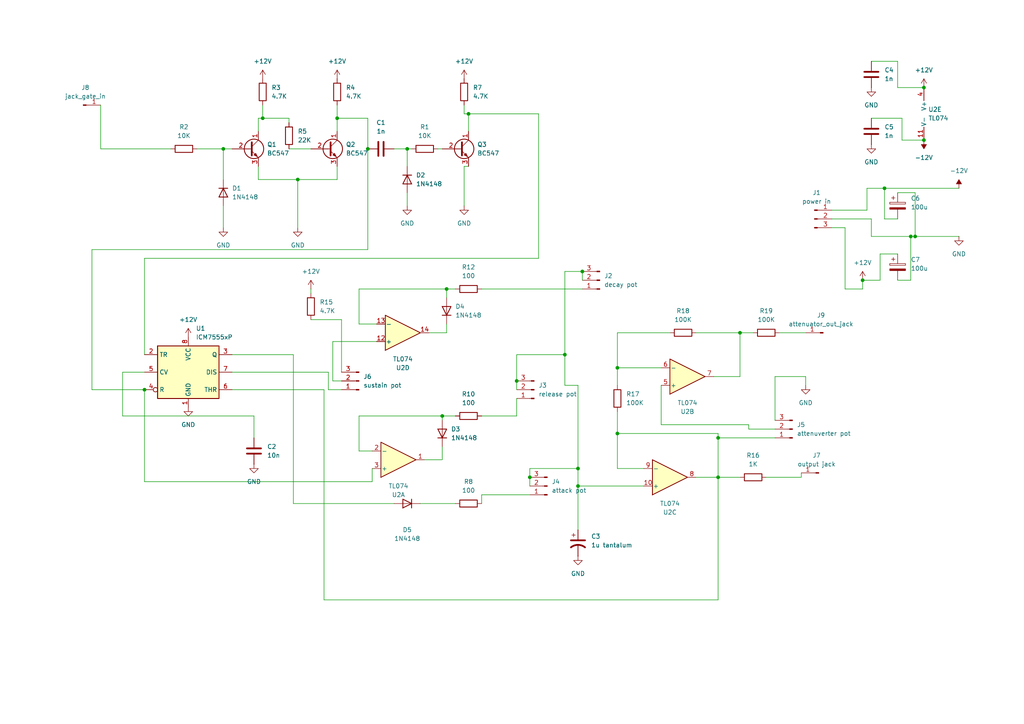
<source format=kicad_sch>
(kicad_sch (version 20231120) (generator "eeschema") (generator_version "8.0")
  (paper "A4")
  (lib_symbols
    (symbol "Amplifier_Operational:TL074" (pin_names (offset 0.127))
      (property "Reference" "U" (at 0 5.08 0))
      (property "Value" "TL074" (at 0 -5.08 0))
      (symbol "TL074_1_1"
        (polyline (pts (xy -5.08 5.08) (xy 5.08 0) (xy -5.08 -5.08) (xy -5.08 5.08)) (stroke (width 0.254)) (fill (type background)))
        (pin output line (at 7.62 0 180) (length 2.54) (name "~") (number "1"))
        (pin input line (at -7.62 -2.54 0) (length 2.54) (name "-") (number "2"))
        (pin input line (at -7.62 2.54 0) (length 2.54) (name "+") (number "3"))
      )
      (symbol "TL074_2_1"
        (polyline (pts (xy -5.08 5.08) (xy 5.08 0) (xy -5.08 -5.08) (xy -5.08 5.08)) (stroke (width 0.254)) (fill (type background)))
        (pin input line (at -7.62 2.54 0) (length 2.54) (name "+") (number "5"))
        (pin input line (at -7.62 -2.54 0) (length 2.54) (name "-") (number "6"))
        (pin output line (at 7.62 0 180) (length 2.54) (name "~") (number "7"))
      )
      (symbol "TL074_3_1"
        (polyline (pts (xy -5.08 5.08) (xy 5.08 0) (xy -5.08 -5.08) (xy -5.08 5.08)) (stroke (width 0.254)) (fill (type background)))
        (pin input line (at -7.62 2.54 0) (length 2.54) (name "+") (number "10"))
        (pin output line (at 7.62 0 180) (length 2.54) (name "~") (number "8"))
        (pin input line (at -7.62 -2.54 0) (length 2.54) (name "-") (number "9"))
      )
      (symbol "TL074_4_1"
        (polyline (pts (xy -5.08 5.08) (xy 5.08 0) (xy -5.08 -5.08) (xy -5.08 5.08)) (stroke (width 0.254)) (fill (type background)))
        (pin input line (at -7.62 2.54 0) (length 2.54) (name "+") (number "12"))
        (pin input line (at -7.62 -2.54 0) (length 2.54) (name "-") (number "13"))
        (pin output line (at 7.62 0 180) (length 2.54) (name "~") (number "14"))
      )
      (symbol "TL074_5_1"
        (pin power_in line (at -2.54 -7.62 90) (length 3.81) (name "V-") (number "11"))
        (pin power_in line (at -2.54 7.62 270) (length 3.81) (name "V+") (number "4"))
      )
    )
    (symbol "Connector:Conn_01x01_Pin" (pin_names (offset 1.016) hide)
      (property "Reference" "J" (at 0 2.54 0))
      (property "Value" "Conn_01x01_Pin" (at 0 -2.54 0))
      (symbol "Conn_01x01_Pin_1_1"
        (polyline (pts (xy 1.27 0) (xy 0.8636 0)) (stroke (width 0.1524)))
        (rectangle (start 0.8636 0.127) (end 0 -0.127) (stroke (width 0.1524)) (fill (type outline)))
        (pin passive line (at 5.08 0 180) (length 3.81) (name "Pin_1") (number "1"))
      )
    )
    (symbol "Connector:Conn_01x03_Pin" (pin_names (offset 1.016) hide)
      (property "Reference" "J" (at 0 5.08 0))
      (property "Value" "Conn_01x03_Pin" (at 0 -5.08 0))
      (symbol "Conn_01x03_Pin_1_1"
        (polyline (pts (xy 1.27 -2.54) (xy 0.8636 -2.54)) (stroke (width 0.1524)))
        (polyline (pts (xy 1.27 0) (xy 0.8636 0)) (stroke (width 0.1524)))
        (polyline (pts (xy 1.27 2.54) (xy 0.8636 2.54)) (stroke (width 0.1524)))
        (rectangle (start 0.8636 -2.413) (end 0 -2.667) (stroke (width 0.1524)) (fill (type outline)))
        (rectangle (start 0.8636 0.127) (end 0 -0.127) (stroke (width 0.1524)) (fill (type outline)))
        (rectangle (start 0.8636 2.667) (end 0 2.413) (stroke (width 0.1524)) (fill (type outline)))
        (pin passive line (at 5.08 2.54 180) (length 3.81) (name "Pin_1") (number "1"))
        (pin passive line (at 5.08 0 180) (length 3.81) (name "Pin_2") (number "2"))
        (pin passive line (at 5.08 -2.54 180) (length 3.81) (name "Pin_3") (number "3"))
      )
    )
    (symbol "Device:C" (pin_numbers hide) (pin_names (offset 0.254))
      (property "Reference" "C" (at 0.635 2.54 0))
      (property "Value" "C" (at 0.635 -2.54 0))
      (symbol "C_0_1"
        (polyline (pts (xy -2.032 -0.762) (xy 2.032 -0.762)) (stroke (width 0.508)))
        (polyline (pts (xy -2.032 0.762) (xy 2.032 0.762)) (stroke (width 0.508)))
      )
      (symbol "C_1_1"
        (pin passive line (at 0 3.81 270) (length 2.794) (name "~") (number "1"))
        (pin passive line (at 0 -3.81 90) (length 2.794) (name "~") (number "2"))
      )
    )
    (symbol "Device:C_Polarized" (pin_numbers hide) (pin_names (offset 0.254))
      (property "Reference" "C" (at 0.635 2.54 0))
      (property "Value" "C_Polarized" (at 0.635 -2.54 0))
      (symbol "C_Polarized_0_1"
        (rectangle (start -2.286 0.508) (end 2.286 1.016))
        (polyline (pts (xy -1.778 2.286) (xy -0.762 2.286)))
        (polyline (pts (xy -1.27 2.794) (xy -1.27 1.778)))
        (rectangle (start 2.286 -0.508) (end -2.286 -1.016) (fill (type outline)))
      )
      (symbol "C_Polarized_1_1"
        (pin passive line (at 0 3.81 270) (length 2.794) (name "~") (number "1"))
        (pin passive line (at 0 -3.81 90) (length 2.794) (name "~") (number "2"))
      )
    )
    (symbol "Device:C_Polarized_US" (pin_numbers hide) (pin_names (offset 0.254) hide)
      (property "Reference" "C" (at 0.635 2.54 0))
      (property "Value" "C_Polarized_US" (at 0.635 -2.54 0))
      (symbol "C_Polarized_US_0_1"
        (polyline (pts (xy -2.032 0.762) (xy 2.032 0.762)) (stroke (width 0.508)))
        (polyline (pts (xy -1.778 2.286) (xy -0.762 2.286)))
        (polyline (pts (xy -1.27 1.778) (xy -1.27 2.794)))
        (arc (start 2.032 -1.27) (mid 0 -0.5572) (end -2.032 -1.27) (stroke (width 0.508)))
      )
      (symbol "C_Polarized_US_1_1"
        (pin passive line (at 0 3.81 270) (length 2.794) (name "~") (number "1"))
        (pin passive line (at 0 -3.81 90) (length 3.302) (name "~") (number "2"))
      )
    )
    (symbol "Device:R" (pin_numbers hide) (pin_names (offset 0))
      (property "Reference" "R" (at 2.032 0 90))
      (property "Value" "R" (at 0 0 90))
      (symbol "R_0_1"
        (rectangle (start -1.016 -2.54) (end 1.016 2.54) (stroke (width 0.254)))
      )
      (symbol "R_1_1"
        (pin passive line (at 0 3.81 270) (length 1.27) (name "~") (number "1"))
        (pin passive line (at 0 -3.81 90) (length 1.27) (name "~") (number "2"))
      )
    )
    (symbol "Diode:1N4148" (pin_numbers hide) (pin_names hide)
      (property "Reference" "D" (at 0 2.54 0))
      (property "Value" "1N4148" (at 0 -2.54 0))
      (symbol "1N4148_0_1"
        (polyline (pts (xy -1.27 1.27) (xy -1.27 -1.27)) (stroke (width 0.254)))
        (polyline (pts (xy 1.27 0) (xy -1.27 0)))
        (polyline (pts (xy 1.27 1.27) (xy 1.27 -1.27) (xy -1.27 0) (xy 1.27 1.27)) (stroke (width 0.254)))
      )
      (symbol "1N4148_1_1"
        (pin passive line (at -3.81 0 0) (length 2.54) (name "K") (number "1"))
        (pin passive line (at 3.81 0 180) (length 2.54) (name "A") (number "2"))
      )
    )
    (symbol "Timer:ICM7555xP"
      (property "Reference" "U" (at -10.16 8.89 0))
      (property "Value" "ICM7555xP" (at 2.54 8.89 0))
      (symbol "ICM7555xP_0_0"
        (pin power_in line (at 0 -10.16 90) (length 2.54) (name "GND") (number "1"))
        (pin power_in line (at 0 10.16 270) (length 2.54) (name "VCC") (number "8"))
      )
      (symbol "ICM7555xP_0_1"
        (rectangle (start -8.89 -7.62) (end 8.89 7.62) (stroke (width 0.254)) (fill (type background)))
        (rectangle (start -8.89 -7.62) (end 8.89 7.62) (stroke (width 0.254)) (fill (type background)))
      )
      (symbol "ICM7555xP_1_1"
        (pin input line (at -12.7 5.08 0) (length 3.81) (name "TR") (number "2"))
        (pin output line (at 12.7 5.08 180) (length 3.81) (name "Q") (number "3"))
        (pin input inverted (at -12.7 -5.08 0) (length 3.81) (name "R") (number "4"))
        (pin input line (at -12.7 0 0) (length 3.81) (name "CV") (number "5"))
        (pin input line (at 12.7 -5.08 180) (length 3.81) (name "THR") (number "6"))
        (pin input line (at 12.7 0 180) (length 3.81) (name "DIS") (number "7"))
      )
    )
    (symbol "Transistor_BJT:BC547" (pin_names (offset 0) hide)
      (property "Reference" "Q" (at 5.08 1.905 0))
      (property "Value" "BC547" (at 5.08 0 0))
      (symbol "BC547_0_1"
        (polyline (pts (xy 0 0) (xy 0.635 0)))
        (polyline (pts (xy 0.635 0.635) (xy 2.54 2.54)))
        (polyline (pts (xy 0.635 -0.635) (xy 2.54 -2.54) (xy 2.54 -2.54)))
        (polyline (pts (xy 0.635 1.905) (xy 0.635 -1.905) (xy 0.635 -1.905)) (stroke (width 0.508)))
        (polyline (pts (xy 1.27 -1.778) (xy 1.778 -1.27) (xy 2.286 -2.286) (xy 1.27 -1.778) (xy 1.27 -1.778)) (fill (type outline)))
        (circle (center 1.27 0) (radius 2.8194) (stroke (width 0.254)))
      )
      (symbol "BC547_1_1"
        (pin passive line (at 2.54 5.08 270) (length 2.54) (name "C") (number "1"))
        (pin input line (at -5.08 0 0) (length 5.08) (name "B") (number "2"))
        (pin passive line (at 2.54 -5.08 90) (length 2.54) (name "E") (number "3"))
      )
    )
    (symbol "power:+12V" (power) (pin_numbers hide) (pin_names (offset 0) hide)
      (property "Value" "+12V" (at 0 3.556 0))
      (symbol "+12V_0_1"
        (polyline (pts (xy -0.762 1.27) (xy 0 2.54)))
        (polyline (pts (xy 0 0) (xy 0 2.54)))
        (polyline (pts (xy 0 2.54) (xy 0.762 1.27)))
      )
      (symbol "+12V_1_1"
        (pin power_in line (at 0 0 90) (length 0) (name "~") (number "1"))
      )
    )
    (symbol "power:-12V" (power) (pin_numbers hide) (pin_names (offset 0) hide)
      (property "Value" "-12V" (at 0 3.556 0))
      (symbol "-12V_0_0"
        (pin power_in line (at 0 0 90) (length 0) (name "~") (number "1"))
      )
      (symbol "-12V_0_1"
        (polyline (pts (xy 0 0) (xy 0 1.27) (xy 0.762 1.27) (xy 0 2.54) (xy -0.762 1.27) (xy 0 1.27)) (fill (type outline)))
      )
    )
    (symbol "power:GND" (power) (pin_numbers hide) (pin_names (offset 0) hide)
      (property "Value" "GND" (at 0 -3.81 0))
      (symbol "GND_0_1"
        (polyline (pts (xy 0 0) (xy 0 -1.27) (xy 1.27 -1.27) (xy 0 -2.54) (xy -1.27 -1.27) (xy 0 -1.27)))
      )
      (symbol "GND_1_1"
        (pin power_in line (at 0 0 270) (length 0) (name "~") (number "1"))
      )
    )
  )
  (junction (at 167.64 140.97))
  (junction (at 86.36 52.07))
  (junction (at 265.43 68.58))
  (junction (at 264.16 68.58))
  (junction (at 214.63 96.52))
  (junction (at 179.07 106.68))
  (junction (at 97.79 34.29))
  (junction (at 135.89 33.02))
  (junction (at 153.67 138.43))
  (junction (at 208.28 138.43))
  (junction (at 267.97 25.4))
  (junction (at 106.68 43.18))
  (junction (at 118.11 43.18))
  (junction (at 256.54 54.61))
  (junction (at 149.86 110.49))
  (junction (at 163.83 102.87))
  (junction (at 168.91 78.74))
  (junction (at 267.97 40.64))
  (junction (at 208.28 127))
  (junction (at 128.27 120.65))
  (junction (at 41.91 113.03))
  (junction (at 179.07 125.73))
  (junction (at 129.54 83.82))
  (junction (at 64.77 43.18))
  (junction (at 250.19 81.28))
  (junction (at 167.64 135.89))
  (junction (at 76.2 34.29))
  (wire (pts (xy 208.28 127) (xy 224.79 127)))
  (wire (pts (xy 86.36 52.07) (xy 86.36 66.04)))
  (wire (pts (xy 127 43.18) (xy 128.27 43.18)))
  (wire (pts (xy 167.64 111.76) (xy 167.64 135.89)))
  (wire (pts (xy 85.09 102.87) (xy 85.09 146.05)))
  (wire (pts (xy 76.2 34.29) (xy 76.2 30.48)))
  (wire (pts (xy 76.2 34.29) (xy 83.82 34.29)))
  (wire (pts (xy 95.25 107.95) (xy 95.25 113.03)))
  (wire (pts (xy 129.54 83.82) (xy 132.08 83.82)))
  (wire (pts (xy 93.98 173.99) (xy 208.28 173.99)))
  (wire (pts (xy 97.79 34.29) (xy 97.79 38.1)))
  (wire (pts (xy 241.3 63.5) (xy 252.73 63.5)))
  (wire (pts (xy 179.07 96.52) (xy 179.07 106.68)))
  (wire (pts (xy 95.25 113.03) (xy 99.06 113.03)))
  (wire (pts (xy 214.63 96.52) (xy 218.44 96.52)))
  (wire (pts (xy 106.68 72.39) (xy 26.67 72.39)))
  (wire (pts (xy 26.67 113.03) (xy 41.91 113.03)))
  (wire (pts (xy 179.07 106.68) (xy 191.77 106.68)))
  (wire (pts (xy 129.54 93.98) (xy 129.54 96.52)))
  (wire (pts (xy 265.43 55.88) (xy 265.43 68.58)))
  (wire (pts (xy 99.06 107.95) (xy 99.06 92.71)))
  (wire (pts (xy 129.54 83.82) (xy 129.54 86.36)))
  (wire (pts (xy 156.21 74.93) (xy 156.21 33.02)))
  (wire (pts (xy 83.82 34.29) (xy 83.82 35.56)))
  (wire (pts (xy 267.97 25.4) (xy 260.35 25.4)))
  (wire (pts (xy 139.7 120.65) (xy 149.86 120.65)))
  (wire (pts (xy 121.92 146.05) (xy 132.08 146.05)))
  (wire (pts (xy 74.93 48.26) (xy 74.93 52.07)))
  (wire (pts (xy 139.7 143.51) (xy 153.67 143.51)))
  (wire (pts (xy 74.93 34.29) (xy 76.2 34.29)))
  (wire (pts (xy 139.7 146.05) (xy 139.7 143.51)))
  (wire (pts (xy 139.7 83.82) (xy 168.91 83.82)))
  (wire (pts (xy 167.64 140.97) (xy 167.64 153.67)))
  (wire (pts (xy 226.06 96.52) (xy 233.68 96.52)))
  (wire (pts (xy 123.19 133.35) (xy 128.27 133.35)))
  (wire (pts (xy 233.68 109.22) (xy 233.68 111.76)))
  (wire (pts (xy 264.16 68.58) (xy 265.43 68.58)))
  (wire (pts (xy 90.17 83.82) (xy 90.17 85.09)))
  (wire (pts (xy 129.54 96.52) (xy 124.46 96.52)))
  (wire (pts (xy 260.35 25.4) (xy 260.35 17.78)))
  (wire (pts (xy 179.07 125.73) (xy 208.28 125.73)))
  (wire (pts (xy 179.07 106.68) (xy 179.07 111.76)))
  (wire (pts (xy 208.28 138.43) (xy 201.93 138.43)))
  (wire (pts (xy 135.89 33.02) (xy 156.21 33.02)))
  (wire (pts (xy 67.31 102.87) (xy 85.09 102.87)))
  (wire (pts (xy 67.31 107.95) (xy 95.25 107.95)))
  (wire (pts (xy 153.67 138.43) (xy 153.67 140.97)))
  (wire (pts (xy 35.56 107.95) (xy 41.91 107.95)))
  (wire (pts (xy 179.07 125.73) (xy 179.07 119.38)))
  (wire (pts (xy 186.69 140.97) (xy 167.64 140.97)))
  (wire (pts (xy 85.09 146.05) (xy 114.3 146.05)))
  (wire (pts (xy 214.63 109.22) (xy 214.63 96.52)))
  (wire (pts (xy 128.27 120.65) (xy 128.27 121.92)))
  (wire (pts (xy 260.35 55.88) (xy 265.43 55.88)))
  (wire (pts (xy 97.79 30.48) (xy 97.79 34.29)))
  (wire (pts (xy 232.41 138.43) (xy 232.41 137.16)))
  (wire (pts (xy 261.62 40.64) (xy 267.97 40.64)))
  (wire (pts (xy 114.3 43.18) (xy 118.11 43.18)))
  (wire (pts (xy 261.62 34.29) (xy 261.62 40.64)))
  (wire (pts (xy 41.91 74.93) (xy 156.21 74.93)))
  (wire (pts (xy 106.68 34.29) (xy 97.79 34.29)))
  (wire (pts (xy 86.36 52.07) (xy 97.79 52.07)))
  (wire (pts (xy 106.68 43.18) (xy 106.68 34.29)))
  (wire (pts (xy 96.52 99.06) (xy 96.52 110.49)))
  (wire (pts (xy 256.54 54.61) (xy 278.13 54.61)))
  (wire (pts (xy 186.69 135.89) (xy 179.07 135.89)))
  (wire (pts (xy 264.16 81.28) (xy 264.16 68.58)))
  (wire (pts (xy 255.27 81.28) (xy 255.27 73.66)))
  (wire (pts (xy 208.28 173.99) (xy 208.28 138.43)))
  (wire (pts (xy 256.54 54.61) (xy 256.54 63.5)))
  (wire (pts (xy 109.22 93.98) (xy 104.14 93.98)))
  (wire (pts (xy 207.01 109.22) (xy 214.63 109.22)))
  (wire (pts (xy 93.98 113.03) (xy 93.98 173.99)))
  (wire (pts (xy 224.79 109.22) (xy 233.68 109.22)))
  (wire (pts (xy 49.53 43.18) (xy 29.21 43.18)))
  (wire (pts (xy 57.15 43.18) (xy 64.77 43.18)))
  (wire (pts (xy 64.77 43.18) (xy 67.31 43.18)))
  (wire (pts (xy 35.56 120.65) (xy 35.56 107.95)))
  (wire (pts (xy 134.62 33.02) (xy 134.62 30.48)))
  (wire (pts (xy 241.3 60.96) (xy 251.46 60.96)))
  (wire (pts (xy 118.11 43.18) (xy 119.38 43.18)))
  (wire (pts (xy 107.95 139.7) (xy 107.95 135.89)))
  (wire (pts (xy 74.93 38.1) (xy 74.93 34.29)))
  (wire (pts (xy 256.54 63.5) (xy 260.35 63.5)))
  (wire (pts (xy 118.11 48.26) (xy 118.11 43.18)))
  (wire (pts (xy 134.62 48.26) (xy 135.89 48.26)))
  (wire (pts (xy 163.83 111.76) (xy 167.64 111.76)))
  (wire (pts (xy 252.73 34.29) (xy 261.62 34.29)))
  (wire (pts (xy 104.14 83.82) (xy 129.54 83.82)))
  (wire (pts (xy 194.31 96.52) (xy 179.07 96.52)))
  (wire (pts (xy 97.79 52.07) (xy 97.79 48.26)))
  (wire (pts (xy 245.11 83.82) (xy 250.19 83.82)))
  (wire (pts (xy 128.27 120.65) (xy 132.08 120.65)))
  (wire (pts (xy 217.17 123.19) (xy 217.17 124.46)))
  (wire (pts (xy 163.83 102.87) (xy 163.83 78.74)))
  (wire (pts (xy 104.14 93.98) (xy 104.14 83.82)))
  (wire (pts (xy 64.77 59.69) (xy 64.77 66.04)))
  (wire (pts (xy 135.89 33.02) (xy 134.62 33.02)))
  (wire (pts (xy 153.67 135.89) (xy 167.64 135.89)))
  (wire (pts (xy 250.19 83.82) (xy 250.19 81.28)))
  (wire (pts (xy 201.93 96.52) (xy 214.63 96.52)))
  (wire (pts (xy 191.77 123.19) (xy 217.17 123.19)))
  (wire (pts (xy 149.86 110.49) (xy 149.86 102.87)))
  (wire (pts (xy 241.3 66.04) (xy 245.11 66.04)))
  (wire (pts (xy 67.31 113.03) (xy 93.98 113.03)))
  (wire (pts (xy 179.07 135.89) (xy 179.07 125.73)))
  (wire (pts (xy 26.67 72.39) (xy 26.67 113.03)))
  (wire (pts (xy 208.28 138.43) (xy 214.63 138.43)))
  (wire (pts (xy 252.73 68.58) (xy 264.16 68.58)))
  (wire (pts (xy 134.62 59.69) (xy 134.62 48.26)))
  (wire (pts (xy 168.91 78.74) (xy 168.91 81.28)))
  (wire (pts (xy 153.67 138.43) (xy 153.67 135.89)))
  (wire (pts (xy 217.17 124.46) (xy 224.79 124.46)))
  (wire (pts (xy 251.46 54.61) (xy 256.54 54.61)))
  (wire (pts (xy 83.82 43.18) (xy 90.17 43.18)))
  (wire (pts (xy 252.73 63.5) (xy 252.73 68.58)))
  (wire (pts (xy 73.66 120.65) (xy 35.56 120.65)))
  (wire (pts (xy 104.14 130.81) (xy 104.14 120.65)))
  (wire (pts (xy 260.35 81.28) (xy 264.16 81.28)))
  (wire (pts (xy 149.86 120.65) (xy 149.86 115.57)))
  (wire (pts (xy 41.91 102.87) (xy 41.91 74.93)))
  (wire (pts (xy 255.27 73.66) (xy 260.35 73.66)))
  (wire (pts (xy 191.77 111.76) (xy 191.77 123.19)))
  (wire (pts (xy 163.83 102.87) (xy 163.83 111.76)))
  (wire (pts (xy 41.91 139.7) (xy 107.95 139.7)))
  (wire (pts (xy 74.93 52.07) (xy 86.36 52.07)))
  (wire (pts (xy 265.43 68.58) (xy 278.13 68.58)))
  (wire (pts (xy 128.27 133.35) (xy 128.27 129.54)))
  (wire (pts (xy 208.28 127) (xy 208.28 138.43)))
  (wire (pts (xy 29.21 30.48) (xy 29.21 43.18)))
  (wire (pts (xy 41.91 113.03) (xy 41.91 139.7)))
  (wire (pts (xy 107.95 130.81) (xy 104.14 130.81)))
  (wire (pts (xy 250.19 81.28) (xy 255.27 81.28)))
  (wire (pts (xy 135.89 33.02) (xy 135.89 38.1)))
  (wire (pts (xy 73.66 127) (xy 73.66 120.65)))
  (wire (pts (xy 224.79 121.92) (xy 224.79 109.22)))
  (wire (pts (xy 167.64 135.89) (xy 167.64 140.97)))
  (wire (pts (xy 118.11 55.88) (xy 118.11 59.69)))
  (wire (pts (xy 64.77 43.18) (xy 64.77 52.07)))
  (wire (pts (xy 251.46 60.96) (xy 251.46 54.61)))
  (wire (pts (xy 163.83 78.74) (xy 168.91 78.74)))
  (wire (pts (xy 149.86 102.87) (xy 163.83 102.87)))
  (wire (pts (xy 222.25 138.43) (xy 232.41 138.43)))
  (wire (pts (xy 106.68 43.18) (xy 106.68 72.39)))
  (wire (pts (xy 260.35 17.78) (xy 252.73 17.78)))
  (wire (pts (xy 149.86 110.49) (xy 149.86 113.03)))
  (wire (pts (xy 104.14 120.65) (xy 128.27 120.65)))
  (wire (pts (xy 96.52 110.49) (xy 99.06 110.49)))
  (wire (pts (xy 245.11 66.04) (xy 245.11 83.82)))
  (wire (pts (xy 99.06 92.71) (xy 90.17 92.71)))
  (wire (pts (xy 208.28 125.73) (xy 208.28 127)))
  (wire (pts (xy 109.22 99.06) (xy 96.52 99.06)))
  (image (at 425.45 104.14) (scale 1.88241))
  (symbol (lib_id "power:+12V") (at 250.19 81.28 0) (unit 1)
    (property "Reference" "#PWR016" (effects (hide yes)))
    (property "Value" "+12V" (at 250.19 76.2 0))
    (property "Description" "Power symbol creates a global label with name \"+12V\"" (effects (hide yes)))
  )
  (symbol (lib_id "power:+12V") (at 97.79 22.86 0) (unit 1)
    (property "Reference" "#PWR010" (effects (hide yes)))
    (property "Value" "+12V" (at 97.79 17.78 0))
    (property "Description" "Power symbol creates a global label with name \"+12V\"" (effects (hide yes)))
  )
  (symbol (lib_id "Amplifier_Operational:TL074") (at 270.51 33.02 0) (unit 5)
    (property "Reference" "U2" (at 269.24 31.7499 0) (effects (justify left)))
    (property "Value" "TL074" (at 269.24 34.2899 0) (effects (justify left)))
    (property "Footprint" "Package_DIP:DIP-14_W7.62mm_LongPads" (effects (hide yes)))
    (property "Datasheet" "http://www.ti.com/lit/ds/symlink/tl071.pdf" (effects (hide yes)))
    (property "Description" "Quad Low-Noise JFET-Input Operational Amplifiers, DIP-14/SOIC-14" (effects (hide yes)))
  )
  (symbol (lib_id "Connector:Conn_01x01_Pin") (at 238.76 96.52 180) (unit 1)
    (property "Reference" "J9" (at 238.125 91.44 0))
    (property "Value" "attenuator_out_jack" (at 238.125 93.98 0))
    (property "Footprint" "Connector_PinHeader_2.54mm:PinHeader_1x01_P2.54mm_Vertical" (effects (hide yes)))
    (property "Description" "Generic connector, single row, 01x01, script generated" (effects (hide yes)))
  )
  (symbol (lib_id "power:GND") (at 118.11 59.69 0) (unit 1)
    (property "Reference" "#PWR06" (effects (hide yes)))
    (property "Value" "GND" (at 118.11 64.77 0))
    (property "Description" "Power symbol creates a global label with name \"GND\" , ground" (effects (hide yes)))
  )
  (symbol (lib_id "Diode:1N4148") (at 118.11 146.05 180) (unit 1)
    (property "Reference" "D5" (at 118.11 153.67 0))
    (property "Value" "1N4148" (at 118.11 156.21 0))
    (property "Footprint" "Diode_THT:D_DO-35_SOD27_P7.62mm_Horizontal" (effects (hide yes)))
    (property "Datasheet" "https://assets.nexperia.com/documents/data-sheet/1N4148_1N4448.pdf" (effects (hide yes)))
    (property "Description" "100V 0.15A standard switching diode, DO-35" (effects (hide yes)))
    (property "Sim.Device" "D" (effects (hide yes)))
    (property "Sim.Pins" "1=K 2=A" (effects (hide yes)))
  )
  (symbol (lib_id "power:-12V") (at 267.97 40.64 180) (unit 1)
    (property "Reference" "#PWR013" (effects (hide yes)))
    (property "Value" "-12V" (at 267.97 45.72 0))
    (property "Description" "Power symbol creates a global label with name \"-12V\"" (effects (hide yes)))
  )
  (symbol (lib_id "Device:R") (at 179.07 115.57 180) (unit 1)
    (property "Reference" "R17" (at 181.61 114.2999 0) (effects (justify right)))
    (property "Value" "100K" (at 181.61 116.8399 0) (effects (justify right)))
    (property "Footprint" "wims_custom_kicad_library:R_Axial_DIN0204_L3.6mm_D1.6mm_P7.62mm_Horizontal_wims_resistor1" (effects (hide yes)))
    (property "Description" "Resistor" (effects (hide yes)))
  )
  (symbol (lib_id "power:GND") (at 134.62 59.69 0) (unit 1)
    (property "Reference" "#PWR07" (effects (hide yes)))
    (property "Value" "GND" (at 134.62 64.77 0))
    (property "Description" "Power symbol creates a global label with name \"GND\" , ground" (effects (hide yes)))
  )
  (symbol (lib_id "power:+12V") (at 90.17 83.82 0) (unit 1)
    (property "Reference" "#PWR019" (effects (hide yes)))
    (property "Value" "+12V" (at 90.17 78.74 0))
    (property "Description" "Power symbol creates a global label with name \"+12V\"" (effects (hide yes)))
  )
  (symbol (lib_id "Device:R") (at 135.89 83.82 90) (unit 1)
    (property "Reference" "R12" (at 135.89 77.47 90))
    (property "Value" "100" (at 135.89 80.01 90))
    (property "Footprint" "wims_custom_kicad_library:R_Axial_DIN0204_L3.6mm_D1.6mm_P7.62mm_Horizontal_wims_resistor1" (effects (hide yes)))
    (property "Description" "Resistor" (effects (hide yes)))
  )
  (symbol (lib_id "Connector:Conn_01x03_Pin") (at 236.22 63.5 0) (unit 1)
    (property "Reference" "J1" (at 236.855 55.88 0))
    (property "Value" "power in" (at 236.855 58.42 0))
    (property "Footprint" "Connector_Samtec_HPM_THT:Samtec_HPM-03-01-x-S_Straight_1x03_Pitch5.08mm" (effects (hide yes)))
    (property "Description" "Generic connector, single row, 01x03, script generated" (effects (hide yes)))
  )
  (symbol (lib_id "power:-12V") (at 278.13 54.61 0) (unit 1)
    (property "Reference" "#PWR017" (effects (hide yes)))
    (property "Value" "-12V" (at 278.13 49.53 0))
    (property "Description" "Power symbol creates a global label with name \"-12V\"" (effects (hide yes)))
  )
  (symbol (lib_id "Device:R") (at 53.34 43.18 90) (unit 1)
    (property "Reference" "R2" (at 53.34 36.83 90))
    (property "Value" "10K" (at 53.34 39.37 90))
    (property "Footprint" "wims_custom_kicad_library:R_Axial_DIN0204_L3.6mm_D1.6mm_P7.62mm_Horizontal_wims_resistor1" (effects (hide yes)))
    (property "Description" "Resistor" (effects (hide yes)))
  )
  (symbol (lib_id "Connector:Conn_01x03_Pin") (at 154.94 113.03 180) (unit 1)
    (property "Reference" "J3" (at 156.21 111.7599 0) (effects (justify right)))
    (property "Value" "release pot" (at 156.21 114.2999 0) (effects (justify right)))
    (property "Footprint" "Connector_PinHeader_2.54mm:PinHeader_1x03_P2.54mm_Vertical" (effects (hide yes)))
    (property "Description" "Generic connector, single row, 01x03, script generated" (effects (hide yes)))
  )
  (symbol (lib_id "Diode:1N4148") (at 118.11 52.07 270) (unit 1)
    (property "Reference" "D2" (at 120.65 50.7999 90) (effects (justify left)))
    (property "Value" "1N4148" (at 120.65 53.3399 90) (effects (justify left)))
    (property "Footprint" "Diode_THT:D_DO-35_SOD27_P7.62mm_Horizontal" (effects (hide yes)))
    (property "Datasheet" "https://assets.nexperia.com/documents/data-sheet/1N4148_1N4448.pdf" (effects (hide yes)))
    (property "Description" "100V 0.15A standard switching diode, DO-35" (effects (hide yes)))
    (property "Sim.Device" "D" (effects (hide yes)))
    (property "Sim.Pins" "1=K 2=A" (effects (hide yes)))
  )
  (symbol (lib_id "Amplifier_Operational:TL074") (at 115.57 133.35 0) (mirror x) (unit 1)
    (property "Reference" "U2" (at 115.57 143.51 0))
    (property "Value" "TL074" (at 115.57 140.97 0))
    (property "Footprint" "Package_DIP:DIP-14_W7.62mm_LongPads" (effects (hide yes)))
    (property "Datasheet" "http://www.ti.com/lit/ds/symlink/tl071.pdf" (effects (hide yes)))
    (property "Description" "Quad Low-Noise JFET-Input Operational Amplifiers, DIP-14/SOIC-14" (effects (hide yes)))
  )
  (symbol (lib_id "power:GND") (at 54.61 118.11 0) (unit 1)
    (property "Reference" "#PWR03" (effects (hide yes)))
    (property "Value" "GND" (at 54.61 123.19 0))
    (property "Description" "Power symbol creates a global label with name \"GND\" , ground" (effects (hide yes)))
  )
  (symbol (lib_id "Device:R") (at 83.82 39.37 0) (unit 1)
    (property "Reference" "R5" (at 86.36 38.0999 0) (effects (justify left)))
    (property "Value" "22K" (at 86.36 40.6399 0) (effects (justify left)))
    (property "Footprint" "wims_custom_kicad_library:R_Axial_DIN0204_L3.6mm_D1.6mm_P7.62mm_Horizontal_wims_resistor1" (effects (hide yes)))
    (property "Description" "Resistor" (effects (hide yes)))
  )
  (symbol (lib_id "power:+12V") (at 134.62 22.86 0) (unit 1)
    (property "Reference" "#PWR011" (effects (hide yes)))
    (property "Value" "+12V" (at 134.62 17.78 0))
    (property "Description" "Power symbol creates a global label with name \"+12V\"" (effects (hide yes)))
  )
  (symbol (lib_id "Timer:ICM7555xP") (at 54.61 107.95 0) (unit 1)
    (property "Reference" "U1" (at 56.8041 95.25 0) (effects (justify left)))
    (property "Value" "ICM7555xP" (at 56.8041 97.79 0) (effects (justify left)))
    (property "Footprint" "Package_DIP:DIP-8_W7.62mm_LongPads" (effects (hide yes)))
    (property "Datasheet" "http://www.intersil.com/content/dam/Intersil/documents/icm7/icm7555-56.pdf" (effects (hide yes)))
    (property "Description" "CMOS General Purpose Timer, 555 compatible, PDIP-8" (effects (hide yes)))
  )
  (symbol (lib_id "Diode:1N4148") (at 128.27 125.73 90) (unit 1)
    (property "Reference" "D3" (at 130.81 124.4599 90) (effects (justify right)))
    (property "Value" "1N4148" (at 130.81 126.9999 90) (effects (justify right)))
    (property "Footprint" "Diode_THT:D_DO-35_SOD27_P7.62mm_Horizontal" (effects (hide yes)))
    (property "Datasheet" "https://assets.nexperia.com/documents/data-sheet/1N4148_1N4448.pdf" (effects (hide yes)))
    (property "Description" "100V 0.15A standard switching diode, DO-35" (effects (hide yes)))
    (property "Sim.Device" "D" (effects (hide yes)))
    (property "Sim.Pins" "1=K 2=A" (effects (hide yes)))
  )
  (symbol (lib_id "power:GND") (at 86.36 66.04 0) (unit 1)
    (property "Reference" "#PWR05" (effects (hide yes)))
    (property "Value" "GND" (at 86.36 71.12 0))
    (property "Description" "Power symbol creates a global label with name \"GND\" , ground" (effects (hide yes)))
  )
  (symbol (lib_id "Device:R") (at 222.25 96.52 270) (unit 1)
    (property "Reference" "R19" (at 222.25 90.17 90))
    (property "Value" "100K" (at 222.25 92.71 90))
    (property "Footprint" "wims_custom_kicad_library:R_Axial_DIN0204_L3.6mm_D1.6mm_P7.62mm_Horizontal_wims_resistor1" (effects (hide yes)))
    (property "Description" "Resistor" (effects (hide yes)))
  )
  (symbol (lib_id "Device:R") (at 218.44 138.43 270) (unit 1)
    (property "Reference" "R16" (at 218.44 132.08 90))
    (property "Value" "1K" (at 218.44 134.62 90))
    (property "Footprint" "wims_custom_kicad_library:R_Axial_DIN0204_L3.6mm_D1.6mm_P7.62mm_Horizontal_wims_resistor1" (effects (hide yes)))
    (property "Description" "Resistor" (effects (hide yes)))
  )
  (symbol (lib_id "Device:R") (at 123.19 43.18 90) (unit 1)
    (property "Reference" "R1" (at 123.19 36.83 90))
    (property "Value" "10K" (at 123.19 39.37 90))
    (property "Footprint" "wims_custom_kicad_library:R_Axial_DIN0204_L3.6mm_D1.6mm_P7.62mm_Horizontal_wims_resistor1" (effects (hide yes)))
    (property "Description" "Resistor" (effects (hide yes)))
  )
  (symbol (lib_id "power:GND") (at 252.73 41.91 0) (unit 1)
    (property "Reference" "#PWR015" (effects (hide yes)))
    (property "Value" "GND" (at 252.73 46.99 0))
    (property "Description" "Power symbol creates a global label with name \"GND\" , ground" (effects (hide yes)))
  )
  (symbol (lib_id "Transistor_BJT:BC547") (at 72.39 43.18 0) (unit 1)
    (property "Reference" "Q1" (at 77.47 41.9099 0) (effects (justify left)))
    (property "Value" "BC547" (at 77.47 44.4499 0) (effects (justify left)))
    (property "Footprint" "Package_TO_SOT_THT:TO-92L_Inline_Wide" (effects (hide yes)))
    (property "Datasheet" "https://www.onsemi.com/pub/Collateral/BC550-D.pdf" (effects (hide yes)))
    (property "Description" "0.1A Ic, 45V Vce, Small Signal NPN Transistor, TO-92" (effects (hide yes)))
  )
  (symbol (lib_id "Device:C") (at 252.73 21.59 0) (unit 1)
    (property "Reference" "C4" (at 256.54 20.3199 0) (effects (justify left)))
    (property "Value" "1n" (at 256.54 22.8599 0) (effects (justify left)))
    (property "Footprint" "Capacitor_THT:C_Disc_D3.8mm_W2.6mm_P2.50mm" (effects (hide yes)))
    (property "Description" "Unpolarized capacitor" (effects (hide yes)))
  )
  (symbol (lib_id "Connector:Conn_01x03_Pin") (at 158.75 140.97 180) (unit 1)
    (property "Reference" "J4" (at 160.02 139.6999 0) (effects (justify right)))
    (property "Value" "attack pot" (at 160.02 142.2399 0) (effects (justify right)))
    (property "Footprint" "Connector_PinHeader_2.54mm:PinHeader_1x03_P2.54mm_Vertical" (effects (hide yes)))
    (property "Description" "Generic connector, single row, 01x03, script generated" (effects (hide yes)))
  )
  (symbol (lib_id "Device:R") (at 97.79 26.67 0) (unit 1)
    (property "Reference" "R4" (at 100.33 25.3999 0) (effects (justify left)))
    (property "Value" "4.7K" (at 100.33 27.9399 0) (effects (justify left)))
    (property "Footprint" "wims_custom_kicad_library:R_Axial_DIN0204_L3.6mm_D1.6mm_P7.62mm_Horizontal_wims_resistor1" (effects (hide yes)))
    (property "Description" "Resistor" (effects (hide yes)))
  )
  (symbol (lib_id "power:GND") (at 64.77 66.04 0) (unit 1)
    (property "Reference" "#PWR04" (effects (hide yes)))
    (property "Value" "GND" (at 64.77 71.12 0))
    (property "Description" "Power symbol creates a global label with name \"GND\" , ground" (effects (hide yes)))
  )
  (symbol (lib_id "Transistor_BJT:BC547") (at 95.25 43.18 0) (unit 1)
    (property "Reference" "Q2" (at 100.33 41.9099 0) (effects (justify left)))
    (property "Value" "BC547" (at 100.33 44.4499 0) (effects (justify left)))
    (property "Footprint" "Package_TO_SOT_THT:TO-92L_Inline_Wide" (effects (hide yes)))
    (property "Datasheet" "https://www.onsemi.com/pub/Collateral/BC550-D.pdf" (effects (hide yes)))
    (property "Description" "0.1A Ic, 45V Vce, Small Signal NPN Transistor, TO-92" (effects (hide yes)))
  )
  (symbol (lib_id "Transistor_BJT:BC547") (at 133.35 43.18 0) (unit 1)
    (property "Reference" "Q3" (at 138.43 41.9099 0) (effects (justify left)))
    (property "Value" "BC547" (at 138.43 44.4499 0) (effects (justify left)))
    (property "Footprint" "Package_TO_SOT_THT:TO-92L_Inline_Wide" (effects (hide yes)))
    (property "Datasheet" "https://www.onsemi.com/pub/Collateral/BC550-D.pdf" (effects (hide yes)))
    (property "Description" "0.1A Ic, 45V Vce, Small Signal NPN Transistor, TO-92" (effects (hide yes)))
  )
  (symbol (lib_id "Device:R") (at 134.62 26.67 0) (unit 1)
    (property "Reference" "R7" (at 137.16 25.3999 0) (effects (justify left)))
    (property "Value" "4.7K" (at 137.16 27.9399 0) (effects (justify left)))
    (property "Footprint" "wims_custom_kicad_library:R_Axial_DIN0204_L3.6mm_D1.6mm_P7.62mm_Horizontal_wims_resistor1" (effects (hide yes)))
    (property "Description" "Resistor" (effects (hide yes)))
  )
  (symbol (lib_id "Device:R") (at 90.17 88.9 180) (unit 1)
    (property "Reference" "R15" (at 92.71 87.6299 0) (effects (justify right)))
    (property "Value" "4.7K" (at 92.71 90.1699 0) (effects (justify right)))
    (property "Footprint" "wims_custom_kicad_library:R_Axial_DIN0204_L3.6mm_D1.6mm_P7.62mm_Horizontal_wims_resistor1" (effects (hide yes)))
    (property "Description" "Resistor" (effects (hide yes)))
  )
  (symbol (lib_id "Amplifier_Operational:TL074") (at 116.84 96.52 0) (mirror x) (unit 4)
    (property "Reference" "U2" (at 116.84 106.68 0))
    (property "Value" "TL074" (at 116.84 104.14 0))
    (property "Footprint" "Package_DIP:DIP-14_W7.62mm_LongPads" (effects (hide yes)))
    (property "Datasheet" "http://www.ti.com/lit/ds/symlink/tl071.pdf" (effects (hide yes)))
    (property "Description" "Quad Low-Noise JFET-Input Operational Amplifiers, DIP-14/SOIC-14" (effects (hide yes)))
  )
  (symbol (lib_id "power:GND") (at 73.66 134.62 0) (unit 1)
    (property "Reference" "#PWR01" (effects (hide yes)))
    (property "Value" "GND" (at 73.66 139.7 0))
    (property "Description" "Power symbol creates a global label with name \"GND\" , ground" (effects (hide yes)))
  )
  (symbol (lib_id "Device:C") (at 73.66 130.81 0) (unit 1)
    (property "Reference" "C2" (at 77.47 129.5399 0) (effects (justify left)))
    (property "Value" "10n" (at 77.47 132.0799 0) (effects (justify left)))
    (property "Footprint" "Capacitor_THT:C_Disc_D3.8mm_W2.6mm_P2.50mm" (effects (hide yes)))
    (property "Description" "Unpolarized capacitor" (effects (hide yes)))
  )
  (symbol (lib_id "power:+12V") (at 267.97 25.4 0) (unit 1)
    (property "Reference" "#PWR012" (effects (hide yes)))
    (property "Value" "+12V" (at 267.97 20.32 0))
    (property "Description" "Power symbol creates a global label with name \"+12V\"" (effects (hide yes)))
  )
  (symbol (lib_id "Connector:Conn_01x01_Pin") (at 237.49 137.16 180) (unit 1)
    (property "Reference" "J7" (at 236.855 132.08 0))
    (property "Value" "output jack" (at 236.855 134.62 0))
    (property "Footprint" "Connector_PinHeader_2.54mm:PinHeader_1x01_P2.54mm_Vertical" (effects (hide yes)))
    (property "Description" "Generic connector, single row, 01x01, script generated" (effects (hide yes)))
  )
  (symbol (lib_id "Device:C") (at 252.73 38.1 0) (unit 1)
    (property "Reference" "C5" (at 256.54 36.8299 0) (effects (justify left)))
    (property "Value" "1n" (at 256.54 39.3699 0) (effects (justify left)))
    (property "Footprint" "Capacitor_THT:C_Disc_D3.8mm_W2.6mm_P2.50mm" (effects (hide yes)))
    (property "Description" "Unpolarized capacitor" (effects (hide yes)))
  )
  (symbol (lib_id "power:+12V") (at 76.2 22.86 0) (unit 1)
    (property "Reference" "#PWR09" (effects (hide yes)))
    (property "Value" "+12V" (at 76.2 17.78 0))
    (property "Description" "Power symbol creates a global label with name \"+12V\"" (effects (hide yes)))
  )
  (symbol (lib_id "Device:C") (at 110.49 43.18 90) (unit 1)
    (property "Reference" "C1" (at 110.49 35.56 90))
    (property "Value" "1n" (at 110.49 38.1 90))
    (property "Footprint" "Capacitor_THT:C_Disc_D3.8mm_W2.6mm_P2.50mm" (effects (hide yes)))
    (property "Description" "Unpolarized capacitor" (effects (hide yes)))
  )
  (symbol (lib_id "Connector:Conn_01x03_Pin") (at 104.14 110.49 180) (unit 1)
    (property "Reference" "J6" (at 105.41 109.2199 0) (effects (justify right)))
    (property "Value" "sustain pot" (at 105.41 111.7599 0) (effects (justify right)))
    (property "Footprint" "Connector_PinHeader_2.54mm:PinHeader_1x03_P2.54mm_Vertical" (effects (hide yes)))
    (property "Description" "Generic connector, single row, 01x03, script generated" (effects (hide yes)))
  )
  (symbol (lib_id "Device:R") (at 135.89 120.65 90) (unit 1)
    (property "Reference" "R10" (at 135.89 114.3 90))
    (property "Value" "100" (at 135.89 116.84 90))
    (property "Footprint" "wims_custom_kicad_library:R_Axial_DIN0204_L3.6mm_D1.6mm_P7.62mm_Horizontal_wims_resistor1" (effects (hide yes)))
    (property "Description" "Resistor" (effects (hide yes)))
  )
  (symbol (lib_id "Device:C_Polarized") (at 260.35 77.47 0) (unit 1)
    (property "Reference" "C7" (at 264.16 75.3109 0) (effects (justify left)))
    (property "Value" "100u" (at 264.16 77.8509 0) (effects (justify left)))
    (property "Footprint" "Capacitor_THT:CP_Radial_D5.0mm_P2.50mm" (effects (hide yes)))
    (property "Description" "Polarized capacitor" (effects (hide yes)))
  )
  (symbol (lib_id "Amplifier_Operational:TL074") (at 199.39 109.22 0) (mirror x) (unit 2)
    (property "Reference" "U2" (at 199.39 119.38 0))
    (property "Value" "TL074" (at 199.39 116.84 0))
    (property "Footprint" "Package_DIP:DIP-14_W7.62mm_LongPads" (effects (hide yes)))
    (property "Datasheet" "http://www.ti.com/lit/ds/symlink/tl071.pdf" (effects (hide yes)))
    (property "Description" "Quad Low-Noise JFET-Input Operational Amplifiers, DIP-14/SOIC-14" (effects (hide yes)))
  )
  (symbol (lib_id "power:GND") (at 167.64 161.29 0) (unit 1)
    (property "Reference" "#PWR08" (effects (hide yes)))
    (property "Value" "GND" (at 167.64 166.37 0))
    (property "Description" "Power symbol creates a global label with name \"GND\" , ground" (effects (hide yes)))
  )
  (symbol (lib_id "Diode:1N4148") (at 129.54 90.17 90) (unit 1)
    (property "Reference" "D4" (at 132.08 88.8999 90) (effects (justify right)))
    (property "Value" "1N4148" (at 132.08 91.4399 90) (effects (justify right)))
    (property "Footprint" "Diode_THT:D_DO-35_SOD27_P7.62mm_Horizontal" (effects (hide yes)))
    (property "Datasheet" "https://assets.nexperia.com/documents/data-sheet/1N4148_1N4448.pdf" (effects (hide yes)))
    (property "Description" "100V 0.15A standard switching diode, DO-35" (effects (hide yes)))
    (property "Sim.Device" "D" (effects (hide yes)))
    (property "Sim.Pins" "1=K 2=A" (effects (hide yes)))
  )
  (symbol (lib_id "Device:R") (at 198.12 96.52 270) (unit 1)
    (property "Reference" "R18" (at 198.12 90.17 90))
    (property "Value" "100K" (at 198.12 92.71 90))
    (property "Footprint" "wims_custom_kicad_library:R_Axial_DIN0204_L3.6mm_D1.6mm_P7.62mm_Horizontal_wims_resistor1" (effects (hide yes)))
    (property "Description" "Resistor" (effects (hide yes)))
  )
  (symbol (lib_id "Device:C_Polarized_US") (at 167.64 157.48 0) (unit 1)
    (property "Reference" "C3" (at 171.45 155.5749 0) (effects (justify left)))
    (property "Value" "1u tantalum" (at 171.45 158.1149 0) (effects (justify left)))
    (property "Footprint" "Capacitor_THT:C_Rect_L4.6mm_W3.8mm_P2.50mm_MKS02_FKP02" (effects (hide yes)))
    (property "Description" "Polarized capacitor, US symbol" (effects (hide yes)))
  )
  (symbol (lib_id "Diode:1N4148") (at 64.77 55.88 270) (unit 1)
    (property "Reference" "D1" (at 67.31 54.6099 90) (effects (justify left)))
    (property "Value" "1N4148" (at 67.31 57.1499 90) (effects (justify left)))
    (property "Footprint" "Diode_THT:D_DO-35_SOD27_P7.62mm_Horizontal" (effects (hide yes)))
    (property "Datasheet" "https://assets.nexperia.com/documents/data-sheet/1N4148_1N4448.pdf" (effects (hide yes)))
    (property "Description" "100V 0.15A standard switching diode, DO-35" (effects (hide yes)))
    (property "Sim.Device" "D" (effects (hide yes)))
    (property "Sim.Pins" "1=K 2=A" (effects (hide yes)))
  )
  (symbol (lib_id "Connector:Conn_01x03_Pin") (at 173.99 81.28 180) (unit 1)
    (property "Reference" "J2" (at 175.26 80.0099 0) (effects (justify right)))
    (property "Value" "decay pot" (at 175.26 82.5499 0) (effects (justify right)))
    (property "Footprint" "Connector_PinHeader_2.54mm:PinHeader_1x03_P2.54mm_Vertical" (effects (hide yes)))
    (property "Description" "Generic connector, single row, 01x03, script generated" (effects (hide yes)))
  )
  (symbol (lib_id "Amplifier_Operational:TL074") (at 194.31 138.43 0) (mirror x) (unit 3)
    (property "Reference" "U2" (at 194.31 148.59 0))
    (property "Value" "TL074" (at 194.31 146.05 0))
    (property "Footprint" "Package_DIP:DIP-14_W7.62mm_LongPads" (effects (hide yes)))
    (property "Datasheet" "http://www.ti.com/lit/ds/symlink/tl071.pdf" (effects (hide yes)))
    (property "Description" "Quad Low-Noise JFET-Input Operational Amplifiers, DIP-14/SOIC-14" (effects (hide yes)))
  )
  (symbol (lib_id "Connector:Conn_01x03_Pin") (at 229.87 124.46 180) (unit 1)
    (property "Reference" "J5" (at 231.14 123.1899 0) (effects (justify right)))
    (property "Value" "attenuverter pot" (at 231.14 125.7299 0) (effects (justify right)))
    (property "Footprint" "Connector_PinHeader_2.54mm:PinHeader_1x03_P2.54mm_Vertical" (effects (hide yes)))
    (property "Description" "Generic connector, single row, 01x03, script generated" (effects (hide yes)))
  )
  (symbol (lib_id "Device:R") (at 135.89 146.05 90) (unit 1)
    (property "Reference" "R8" (at 135.89 139.7 90))
    (property "Value" "100" (at 135.89 142.24 90))
    (property "Footprint" "wims_custom_kicad_library:R_Axial_DIN0204_L3.6mm_D1.6mm_P7.62mm_Horizontal_wims_resistor1" (effects (hide yes)))
    (property "Description" "Resistor" (effects (hide yes)))
  )
  (symbol (lib_id "Connector:Conn_01x01_Pin") (at 24.13 30.48 0) (unit 1)
    (property "Reference" "J8" (at 24.765 25.4 0))
    (property "Value" "jack_gate_in" (at 24.765 27.94 0))
    (property "Footprint" "Connector_PinHeader_2.54mm:PinHeader_1x01_P2.54mm_Vertical" (effects (hide yes)))
    (property "Description" "Generic connector, single row, 01x01, script generated" (effects (hide yes)))
  )
  (symbol (lib_id "power:GND") (at 233.68 111.76 0) (unit 1)
    (property "Reference" "#PWR020" (effects (hide yes)))
    (property "Value" "GND" (at 233.68 116.84 0))
    (property "Description" "Power symbol creates a global label with name \"GND\" , ground" (effects (hide yes)))
  )
  (symbol (lib_id "Device:R") (at 76.2 26.67 0) (unit 1)
    (property "Reference" "R3" (at 78.74 25.3999 0) (effects (justify left)))
    (property "Value" "4.7K" (at 78.74 27.9399 0) (effects (justify left)))
    (property "Footprint" "wims_custom_kicad_library:R_Axial_DIN0204_L3.6mm_D1.6mm_P7.62mm_Horizontal_wims_resistor1" (effects (hide yes)))
    (property "Description" "Resistor" (effects (hide yes)))
  )
  (symbol (lib_id "Device:C_Polarized") (at 260.35 59.69 0) (unit 1)
    (property "Reference" "C6" (at 264.16 57.5309 0) (effects (justify left)))
    (property "Value" "100u" (at 264.16 60.0709 0) (effects (justify left)))
    (property "Footprint" "Capacitor_THT:CP_Radial_D5.0mm_P2.50mm" (effects (hide yes)))
    (property "Description" "Polarized capacitor" (effects (hide yes)))
  )
  (symbol (lib_id "power:+12V") (at 54.61 97.79 0) (unit 1)
    (property "Reference" "#PWR02" (effects (hide yes)))
    (property "Value" "+12V" (at 54.61 92.71 0))
    (property "Description" "Power symbol creates a global label with name \"+12V\"" (effects (hide yes)))
  )
  (symbol (lib_id "power:GND") (at 252.73 25.4 0) (unit 1)
    (property "Reference" "#PWR014" (effects (hide yes)))
    (property "Value" "GND" (at 252.73 30.48 0))
    (property "Description" "Power symbol creates a global label with name \"GND\" , ground" (effects (hide yes)))
  )
  (symbol (lib_id "power:GND") (at 278.13 68.58 0) (unit 1)
    (property "Reference" "#PWR018" (effects (hide yes)))
    (property "Value" "GND" (at 278.13 73.66 0))
    (property "Description" "Power symbol creates a global label with name \"GND\" , ground" (effects (hide yes)))
  )
)
</source>
